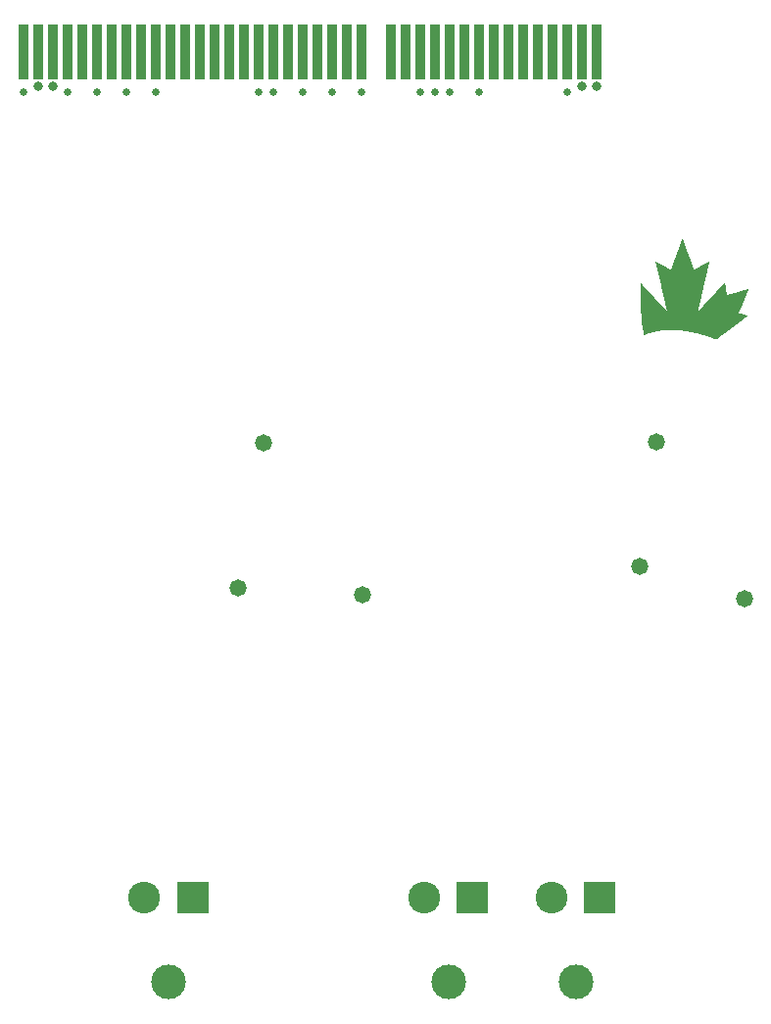
<source format=gbr>
%TF.GenerationSoftware,Altium Limited,Altium Designer,22.11.1 (43)*%
G04 Layer_Color=16711935*
%FSLAX45Y45*%
%MOMM*%
%TF.SameCoordinates,F2FF868D-8EDF-4B6E-A412-4C3DA5591A8F*%
%TF.FilePolarity,Negative*%
%TF.FileFunction,Soldermask,Bot*%
%TF.Part,Single*%
G01*
G75*
%TA.AperFunction,ComponentPad*%
%ADD23C,3.00000*%
%ADD24R,2.75000X2.75000*%
%ADD25C,2.75000*%
%TA.AperFunction,SMDPad,CuDef*%
%ADD50R,0.86320X4.77520*%
%TA.AperFunction,ViaPad*%
%ADD51C,1.47320*%
%ADD52C,0.64720*%
%ADD53C,0.83820*%
G36*
X8015176Y8141649D02*
X8016816D01*
Y8138370D01*
X8018455D01*
Y8133452D01*
X8020094D01*
Y8128534D01*
X8021734D01*
Y8125255D01*
X8023373D01*
Y8118698D01*
X8025013D01*
Y8115419D01*
X8026652D01*
Y8112140D01*
X8028291D01*
Y8105583D01*
X8029931D01*
Y8103943D01*
X8031570D01*
Y8097386D01*
X8033209D01*
Y8094107D01*
X8034849D01*
Y8087549D01*
X8036488D01*
Y8084271D01*
X8038128D01*
Y8080992D01*
X8039767D01*
Y8074434D01*
X8041406D01*
Y8072795D01*
X8043046D01*
Y8064598D01*
X8044685D01*
Y8062959D01*
X8046325D01*
Y8058041D01*
X8047964D01*
Y8053123D01*
X8049603D01*
Y8049844D01*
X8051243D01*
Y8043286D01*
X8052882D01*
Y8040008D01*
X8054521D01*
Y8035089D01*
X8056161D01*
Y8030171D01*
X8057800D01*
Y8026893D01*
X8059440D01*
Y8021974D01*
X8061079D01*
Y8018696D01*
X8062718D01*
Y8012138D01*
X8064358D01*
Y8008859D01*
X8065997D01*
Y8003941D01*
X8067636D01*
Y7999023D01*
X8069276D01*
Y7995744D01*
X8070915D01*
Y7989187D01*
X8072555D01*
Y7987547D01*
X8074194D01*
Y7982629D01*
Y7980990D01*
X8075833D01*
Y7977711D01*
X8077473D01*
Y7972793D01*
X8079112D01*
Y7967875D01*
X8080751D01*
Y7964596D01*
X8082391D01*
Y7958039D01*
X8084030D01*
Y7954760D01*
X8085670D01*
Y7951481D01*
X8087309D01*
Y7944924D01*
X8088948D01*
Y7943284D01*
X8090588D01*
Y7936727D01*
X8092227D01*
Y7933448D01*
X8093866D01*
Y7926890D01*
X8095506D01*
Y7923612D01*
X8097145D01*
Y7920333D01*
X8098785D01*
Y7913775D01*
X8100424D01*
Y7912136D01*
X8102063D01*
Y7905579D01*
X8103703D01*
Y7902300D01*
X8105342D01*
Y7897381D01*
X8106982D01*
Y7892464D01*
X8108621D01*
Y7889185D01*
X8110260D01*
Y7882627D01*
X8111900D01*
Y7879348D01*
X8113539D01*
Y7877709D01*
X8116818D01*
Y7879348D01*
X8120097D01*
Y7880988D01*
X8123375D01*
Y7882627D01*
X8126654D01*
Y7884266D01*
X8129933D01*
Y7885906D01*
X8133212D01*
Y7887545D01*
X8136490D01*
Y7889185D01*
X8138130D01*
Y7890824D01*
X8143048D01*
Y7892464D01*
X8144687D01*
Y7894103D01*
X8147966D01*
Y7895742D01*
X8151245D01*
Y7897381D01*
X8154523D01*
Y7899021D01*
X8157802D01*
Y7900660D01*
X8159442D01*
Y7902300D01*
X8164360D01*
Y7903939D01*
X8167638D01*
Y7905579D01*
X8169278D01*
Y7907218D01*
X8172557D01*
Y7908857D01*
X8175835D01*
Y7910496D01*
X8179114D01*
Y7912136D01*
X8182393D01*
Y7913775D01*
X8185672D01*
Y7915415D01*
X8188950D01*
Y7917054D01*
X8190590D01*
Y7918694D01*
X8195508D01*
Y7920333D01*
X8197147D01*
Y7921972D01*
X8202065D01*
Y7923612D01*
X8203705D01*
Y7925251D01*
X8206984D01*
Y7926890D01*
X8210262D01*
Y7928530D01*
X8211902D01*
Y7930169D01*
X8216820D01*
Y7931809D01*
X8220099D01*
Y7933448D01*
X8221738D01*
Y7935087D01*
X8226656D01*
Y7936727D01*
X8228295D01*
Y7938366D01*
X8233214D01*
Y7940005D01*
X8234853D01*
Y7941645D01*
X8238132D01*
Y7943284D01*
X8241410D01*
Y7944924D01*
X8246329D01*
Y7941645D01*
X8244689D01*
Y7935087D01*
X8243050D01*
Y7928530D01*
X8241410D01*
Y7923612D01*
X8239771D01*
Y7913775D01*
X8238132D01*
Y7907218D01*
X8236492D01*
Y7899021D01*
X8234853D01*
Y7892464D01*
X8233214D01*
Y7887545D01*
X8231574D01*
Y7877709D01*
X8229935D01*
Y7872791D01*
X8228295D01*
Y7862955D01*
X8226656D01*
Y7858036D01*
X8225017D01*
Y7848200D01*
X8223377D01*
Y7843282D01*
X8221738D01*
Y7836724D01*
X8220099D01*
Y7828528D01*
X8218459D01*
Y7821970D01*
X8216820D01*
Y7812134D01*
X8215180D01*
Y7807216D01*
X8213541D01*
Y7800658D01*
X8211902D01*
Y7792461D01*
X8210262D01*
Y7785904D01*
X8208623D01*
Y7777707D01*
X8206984D01*
Y7772789D01*
X8205344D01*
Y7762952D01*
X8203705D01*
Y7756395D01*
X8202065D01*
Y7751477D01*
X8200426D01*
Y7741641D01*
X8198787D01*
Y7736722D01*
X8197147D01*
Y7726886D01*
X8195508D01*
Y7720329D01*
X8193869D01*
Y7715411D01*
X8192229D01*
Y7705574D01*
X8190590D01*
Y7700656D01*
X8188950D01*
Y7690820D01*
X8187311D01*
Y7685902D01*
X8185672D01*
Y7677705D01*
X8184032D01*
Y7671147D01*
X8182393D01*
Y7664590D01*
X8180754D01*
Y7656393D01*
X8179114D01*
Y7651475D01*
X8177475D01*
Y7641639D01*
X8175835D01*
Y7635081D01*
X8174196D01*
Y7628523D01*
X8172557D01*
Y7620327D01*
X8170917D01*
Y7615408D01*
X8169278D01*
Y7605572D01*
X8167638D01*
Y7600654D01*
X8165999D01*
Y7592457D01*
X8164360D01*
Y7584260D01*
X8162720D01*
Y7579342D01*
X8161081D01*
Y7569506D01*
X8159442D01*
Y7564588D01*
X8157802D01*
Y7556391D01*
X8156163D01*
Y7549833D01*
X8154523D01*
Y7544915D01*
X8152884D01*
Y7535079D01*
X8151245D01*
Y7528521D01*
X8149605D01*
Y7518685D01*
X8152884D01*
Y7520325D01*
X8154523D01*
Y7523603D01*
X8156163D01*
Y7525243D01*
X8157802D01*
Y7526882D01*
X8159442D01*
Y7528521D01*
X8161081D01*
Y7530161D01*
X8162720D01*
Y7531800D01*
X8164360D01*
Y7533440D01*
X8165999D01*
Y7536718D01*
X8169278D01*
Y7539997D01*
X8170917D01*
Y7541636D01*
X8172557D01*
Y7543276D01*
X8174196D01*
Y7544915D01*
X8177475D01*
Y7548194D01*
X8179114D01*
Y7549833D01*
X8180754D01*
Y7551473D01*
X8182393D01*
Y7553112D01*
X8184032D01*
Y7554751D01*
X8185672D01*
Y7556391D01*
X8187311D01*
Y7558030D01*
X8188950D01*
Y7559670D01*
X8190590D01*
Y7561309D01*
X8192229D01*
Y7564588D01*
X8193869D01*
Y7566227D01*
X8195508D01*
Y7567867D01*
X8197147D01*
Y7569506D01*
X8198787D01*
Y7571145D01*
X8200426D01*
Y7572785D01*
X8202065D01*
Y7574424D01*
X8203705D01*
Y7576063D01*
X8205344D01*
Y7579342D01*
X8208623D01*
Y7580982D01*
X8210262D01*
Y7582621D01*
X8211902D01*
Y7584260D01*
X8213541D01*
Y7587539D01*
X8215180D01*
Y7589178D01*
X8216820D01*
Y7590818D01*
X8218459D01*
Y7592457D01*
X8220099D01*
Y7594097D01*
X8221738D01*
Y7595736D01*
X8223377D01*
Y7597375D01*
X8225017D01*
Y7599015D01*
X8226656D01*
Y7600654D01*
X8228295D01*
Y7602293D01*
X8229935D01*
Y7603933D01*
X8231574D01*
Y7607212D01*
X8233214D01*
Y7608851D01*
X8236492D01*
Y7612130D01*
X8239771D01*
Y7615408D01*
X8241410D01*
Y7617048D01*
X8243050D01*
Y7618687D01*
X8244689D01*
Y7620327D01*
X8246329D01*
Y7621966D01*
X8247968D01*
Y7623605D01*
X8249607D01*
Y7625245D01*
X8251247D01*
Y7626884D01*
X8252886D01*
Y7628523D01*
X8254526D01*
Y7631802D01*
X8256165D01*
Y7633442D01*
X8257804D01*
Y7635081D01*
X8259444D01*
Y7636720D01*
X8261083D01*
Y7638360D01*
X8262722D01*
Y7639999D01*
X8264362D01*
Y7641639D01*
X8266001D01*
Y7643278D01*
X8267641D01*
Y7644917D01*
X8269280D01*
Y7646557D01*
X8270919D01*
Y7648196D01*
X8272559D01*
Y7649835D01*
X8274198D01*
Y7651475D01*
X8275837D01*
Y7654754D01*
X8277477D01*
Y7656393D01*
X8279116D01*
Y7658032D01*
X8280756D01*
Y7659672D01*
X8282395D01*
Y7661311D01*
X8284034D01*
Y7662950D01*
X8285674D01*
Y7664590D01*
X8287313D01*
Y7666229D01*
X8288952D01*
Y7667869D01*
X8290592D01*
Y7669508D01*
X8292231D01*
Y7671147D01*
X8293871D01*
Y7672787D01*
X8295510D01*
Y7674426D01*
X8297150D01*
Y7676065D01*
X8298789D01*
Y7679344D01*
X8302067D01*
Y7682623D01*
X8303707D01*
Y7684262D01*
X8305346D01*
Y7685902D01*
X8306986D01*
Y7687541D01*
X8308625D01*
Y7689180D01*
X8310265D01*
Y7690820D01*
X8311904D01*
Y7692459D01*
X8313543D01*
Y7694099D01*
X8315183D01*
Y7697377D01*
X8318461D01*
Y7700656D01*
X8320101D01*
Y7702295D01*
X8321740D01*
Y7703935D01*
X8323380D01*
Y7705574D01*
X8325019D01*
Y7707214D01*
X8326658D01*
Y7708853D01*
X8328298D01*
Y7710492D01*
X8329937D01*
Y7712132D01*
X8331576D01*
Y7713771D01*
X8333216D01*
Y7715411D01*
X8334855D01*
Y7717050D01*
X8336494D01*
Y7718689D01*
X8338134D01*
Y7720329D01*
X8339773D01*
Y7721968D01*
X8341413D01*
Y7725247D01*
X8343052D01*
Y7726886D01*
X8344691D01*
Y7728526D01*
X8346331D01*
Y7730165D01*
X8347970D01*
Y7731804D01*
X8349609D01*
Y7733444D01*
X8351249D01*
Y7735083D01*
X8352888D01*
Y7736722D01*
X8354528D01*
Y7740001D01*
X8356167D01*
Y7741641D01*
X8357807D01*
Y7743280D01*
X8359446D01*
Y7744919D01*
X8361085D01*
Y7746559D01*
X8362724D01*
Y7748198D01*
X8364364D01*
Y7749837D01*
X8366003D01*
Y7751477D01*
X8367643D01*
Y7753116D01*
X8369282D01*
Y7754756D01*
X8370922D01*
Y7756395D01*
X8372561D01*
Y7758034D01*
X8374200D01*
Y7759674D01*
X8375839D01*
Y7761313D01*
X8377479D01*
Y7764592D01*
X8382397D01*
Y7751477D01*
X8384037D01*
Y7744919D01*
X8385676D01*
Y7726886D01*
X8387315D01*
Y7718689D01*
X8388955D01*
Y7702295D01*
X8390594D01*
Y7692459D01*
X8392233D01*
Y7682623D01*
X8393873D01*
Y7666229D01*
X8395512D01*
Y7659672D01*
X8397152D01*
Y7656393D01*
X8402070D01*
Y7658032D01*
X8406988D01*
Y7659672D01*
X8413545D01*
Y7661311D01*
X8416824D01*
Y7662950D01*
X8425021D01*
Y7664590D01*
X8429939D01*
Y7666229D01*
X8436497D01*
Y7667869D01*
X8441415D01*
Y7669508D01*
X8446333D01*
Y7671147D01*
X8452890D01*
Y7672787D01*
X8456169D01*
Y7674426D01*
X8464366D01*
Y7676065D01*
X8469284D01*
Y7677705D01*
X8474202D01*
Y7679344D01*
X8480760D01*
Y7680984D01*
X8484039D01*
Y7682623D01*
X8492235D01*
Y7684262D01*
X8497154D01*
Y7685902D01*
X8503711D01*
Y7687541D01*
X8508629D01*
Y7689180D01*
X8511908D01*
Y7690820D01*
X8520105D01*
Y7692459D01*
X8525023D01*
Y7694099D01*
X8531581D01*
Y7695738D01*
X8536499D01*
Y7697377D01*
X8541417D01*
Y7699017D01*
X8549614D01*
Y7700656D01*
X8551253D01*
Y7702295D01*
X8559450D01*
Y7703935D01*
X8564368D01*
Y7705574D01*
X8570926D01*
Y7707214D01*
X8575844D01*
Y7708853D01*
X8580762D01*
Y7710492D01*
X8587319D01*
Y7705574D01*
X8585680D01*
Y7700656D01*
X8584041D01*
Y7697377D01*
X8582401D01*
Y7692459D01*
X8580762D01*
Y7689180D01*
X8579123D01*
Y7685902D01*
X8577483D01*
Y7680984D01*
X8575844D01*
Y7679344D01*
X8574204D01*
Y7672787D01*
X8572565D01*
Y7671147D01*
X8570926D01*
Y7666229D01*
X8569286D01*
Y7661311D01*
X8567647D01*
Y7658032D01*
X8566008D01*
Y7653114D01*
X8564368D01*
Y7651475D01*
X8562729D01*
Y7646557D01*
X8561089D01*
Y7643278D01*
X8559450D01*
Y7638360D01*
X8557811D01*
Y7635081D01*
X8556171D01*
Y7631802D01*
X8554532D01*
Y7626884D01*
X8552892D01*
Y7623605D01*
X8551253D01*
Y7618687D01*
X8549614D01*
Y7617048D01*
X8547974D01*
Y7612130D01*
X8546335D01*
Y7607212D01*
X8544696D01*
Y7605572D01*
X8543056D01*
Y7599015D01*
X8541417D01*
Y7597375D01*
X8539777D01*
Y7592457D01*
X8538138D01*
Y7589178D01*
X8536499D01*
Y7585900D01*
X8534859D01*
Y7579342D01*
X8533220D01*
Y7577703D01*
X8531581D01*
Y7572785D01*
X8529941D01*
Y7569506D01*
X8528302D01*
Y7566227D01*
X8526662D01*
Y7561309D01*
X8525023D01*
Y7558030D01*
X8523384D01*
Y7553112D01*
X8521744D01*
Y7549833D01*
X8520105D01*
Y7546555D01*
X8518466D01*
Y7541636D01*
X8516826D01*
Y7539997D01*
X8515187D01*
Y7533440D01*
X8513547D01*
Y7531800D01*
X8511908D01*
Y7525243D01*
X8510269D01*
Y7523603D01*
X8508629D01*
Y7518685D01*
X8506990D01*
Y7515406D01*
X8505351D01*
Y7512127D01*
X8503711D01*
Y7507210D01*
X8502072D01*
Y7503931D01*
X8500432D01*
Y7502291D01*
X8503711D01*
Y7500652D01*
X8506990D01*
Y7499012D01*
X8511908D01*
Y7497373D01*
X8520105D01*
Y7495734D01*
X8525023D01*
Y7494094D01*
X8531581D01*
Y7492455D01*
X8538138D01*
Y7490816D01*
X8543056D01*
Y7489176D01*
X8549614D01*
Y7487537D01*
X8554532D01*
Y7485897D01*
X8562729D01*
Y7484258D01*
X8566008D01*
Y7482619D01*
X8574204D01*
Y7480979D01*
X8579123D01*
Y7476061D01*
X8577483D01*
Y7474422D01*
X8574204D01*
Y7472782D01*
X8572565D01*
Y7471143D01*
X8570926D01*
Y7469504D01*
X8567647D01*
Y7467864D01*
X8566008D01*
Y7466225D01*
X8564368D01*
Y7464586D01*
X8562729D01*
Y7462946D01*
X8559450D01*
Y7461307D01*
X8557811D01*
Y7459668D01*
X8554532D01*
Y7458028D01*
X8552892D01*
Y7456389D01*
X8551253D01*
Y7454749D01*
X8547974D01*
Y7453110D01*
X8546335D01*
Y7451470D01*
X8544696D01*
Y7449831D01*
X8541417D01*
Y7448192D01*
X8539777D01*
Y7446553D01*
X8536499D01*
Y7444913D01*
X8534859D01*
Y7443274D01*
X8533220D01*
Y7441634D01*
X8531581D01*
Y7439995D01*
X8529941D01*
Y7438355D01*
X8526662D01*
Y7436716D01*
X8525023D01*
Y7435077D01*
X8521744D01*
Y7433438D01*
X8520105D01*
Y7431798D01*
X8518466D01*
Y7430159D01*
X8515187D01*
Y7428519D01*
X8513547D01*
Y7426880D01*
X8511908D01*
Y7425240D01*
X8508629D01*
Y7423601D01*
X8506990D01*
Y7421962D01*
X8503711D01*
Y7420322D01*
X8502072D01*
Y7418683D01*
X8500432D01*
Y7417044D01*
X8498793D01*
Y7415404D01*
X8495514D01*
Y7413765D01*
X8493875D01*
Y7412125D01*
X8490596D01*
Y7410486D01*
X8488957D01*
Y7408847D01*
X8487317D01*
Y7407207D01*
X8484039D01*
Y7405568D01*
X8482399D01*
Y7403929D01*
X8480760D01*
Y7402289D01*
X8477481D01*
Y7400650D01*
X8475842D01*
Y7399010D01*
X8474202D01*
Y7397371D01*
X8472563D01*
Y7395732D01*
X8469284D01*
Y7394092D01*
X8467645D01*
Y7392453D01*
X8466005D01*
Y7390814D01*
X8462727D01*
Y7389174D01*
X8461087D01*
Y7387535D01*
X8457809D01*
Y7385895D01*
X8456169D01*
Y7384256D01*
X8454530D01*
Y7382617D01*
X8451251D01*
Y7380977D01*
X8449612D01*
Y7379338D01*
X8447972D01*
Y7377698D01*
X8446333D01*
Y7376059D01*
X8443054D01*
Y7374420D01*
X8441415D01*
Y7372780D01*
X8438136D01*
Y7371141D01*
X8436497D01*
Y7369502D01*
X8434857D01*
Y7367862D01*
X8431579D01*
Y7366223D01*
X8429939D01*
Y7364583D01*
X8428300D01*
Y7362944D01*
X8425021D01*
Y7361305D01*
X8423382D01*
Y7359665D01*
X8420103D01*
Y7356387D01*
X8416824D01*
Y7354747D01*
X8415185D01*
Y7353108D01*
X8411906D01*
Y7351468D01*
X8410267D01*
Y7349829D01*
X8408627D01*
Y7348190D01*
X8405348D01*
Y7346550D01*
X8403709D01*
Y7344911D01*
X8402070D01*
Y7343272D01*
X8398791D01*
Y7341632D01*
X8397152D01*
Y7339993D01*
X8393873D01*
Y7338353D01*
X8392233D01*
Y7336714D01*
X8390594D01*
Y7335075D01*
X8388955D01*
Y7333435D01*
X8385676D01*
Y7331796D01*
X8384037D01*
Y7330157D01*
X8382397D01*
Y7328517D01*
X8379118D01*
Y7326878D01*
X8377479D01*
Y7325238D01*
X8374200D01*
Y7323599D01*
X8372561D01*
Y7321960D01*
X8370922D01*
Y7320320D01*
X8367643D01*
Y7318681D01*
X8366003D01*
Y7317042D01*
X8364364D01*
Y7315402D01*
X8362724D01*
Y7313763D01*
X8359446D01*
Y7312123D01*
X8357807D01*
Y7310484D01*
X8356167D01*
Y7308845D01*
X8352888D01*
Y7307205D01*
X8351249D01*
Y7305566D01*
X8347970D01*
Y7303926D01*
X8346331D01*
Y7302287D01*
X8344691D01*
Y7300648D01*
X8341413D01*
Y7299008D01*
X8339773D01*
Y7297369D01*
X8338134D01*
Y7295730D01*
X8334855D01*
Y7294090D01*
X8333216D01*
Y7292451D01*
X8331576D01*
Y7290811D01*
X8329937D01*
Y7289172D01*
X8326658D01*
Y7287533D01*
X8325019D01*
Y7285893D01*
X8321740D01*
Y7284254D01*
X8320101D01*
Y7282615D01*
X8318461D01*
Y7280975D01*
X8315183D01*
Y7279336D01*
X8313543D01*
Y7277696D01*
X8311904D01*
Y7276057D01*
X8310265D01*
Y7274418D01*
X8300428D01*
Y7276057D01*
X8297150D01*
Y7277696D01*
X8290592D01*
Y7279336D01*
X8288952D01*
Y7280975D01*
X8282395D01*
Y7282615D01*
X8279116D01*
Y7284254D01*
X8275837D01*
Y7285893D01*
X8269280D01*
Y7287533D01*
X8266001D01*
Y7289172D01*
X8259444D01*
Y7290811D01*
X8256165D01*
Y7292451D01*
X8251247D01*
Y7294090D01*
X8246329D01*
Y7295730D01*
X8243050D01*
Y7297369D01*
X8234853D01*
Y7299008D01*
X8231574D01*
Y7300648D01*
X8225017D01*
Y7302287D01*
X8221738D01*
Y7303926D01*
X8216820D01*
Y7305566D01*
X8210262D01*
Y7307205D01*
X8206984D01*
Y7308845D01*
X8198787D01*
Y7310484D01*
X8195508D01*
Y7312123D01*
X8188950D01*
Y7313763D01*
X8184032D01*
Y7315402D01*
X8179114D01*
Y7317042D01*
X8170917D01*
Y7318681D01*
X8167638D01*
Y7320320D01*
X8157802D01*
Y7321960D01*
X8154523D01*
Y7323599D01*
X8149605D01*
Y7325238D01*
X8139769D01*
Y7326878D01*
X8134851D01*
Y7328517D01*
X8126654D01*
Y7330157D01*
X8121736D01*
Y7331796D01*
X8111900D01*
Y7333435D01*
X8105342D01*
Y7335075D01*
X8100424D01*
Y7336714D01*
X8087309D01*
Y7338353D01*
X8082391D01*
Y7339993D01*
X8069276D01*
Y7341632D01*
X8064358D01*
Y7343272D01*
X8054521D01*
Y7344911D01*
X8043046D01*
Y7346550D01*
X8034849D01*
Y7348190D01*
X8016816D01*
Y7349829D01*
X8005340D01*
Y7351468D01*
X7985668D01*
Y7353108D01*
X7969274D01*
Y7354747D01*
X7864353D01*
Y7353108D01*
X7849599D01*
Y7351468D01*
X7833205D01*
Y7349829D01*
X7821730D01*
Y7348190D01*
X7808615D01*
Y7346550D01*
X7800418D01*
Y7344911D01*
X7790581D01*
Y7343272D01*
X7782384D01*
Y7341632D01*
X7775827D01*
Y7339993D01*
X7767630D01*
Y7338353D01*
X7761073D01*
Y7336714D01*
X7752876D01*
Y7335075D01*
X7749597D01*
Y7333435D01*
X7743039D01*
Y7331796D01*
X7736482D01*
Y7330157D01*
X7731564D01*
Y7328517D01*
X7725006D01*
Y7326878D01*
X7721728D01*
Y7325238D01*
X7715170D01*
Y7323599D01*
X7710252D01*
Y7321960D01*
X7706973D01*
Y7320320D01*
X7700416D01*
Y7318681D01*
X7698776D01*
Y7317042D01*
X7692219D01*
Y7315402D01*
X7687301D01*
Y7313763D01*
X7685661D01*
Y7312123D01*
X7682382D01*
Y7313763D01*
X7680743D01*
Y7321960D01*
X7679104D01*
Y7326878D01*
X7677464D01*
Y7335075D01*
X7675825D01*
Y7339993D01*
X7674186D01*
Y7351468D01*
X7672546D01*
Y7358026D01*
X7670907D01*
Y7366223D01*
X7669267D01*
Y7377698D01*
X7667628D01*
Y7384256D01*
X7665989D01*
Y7399010D01*
X7664349D01*
Y7410486D01*
X7662710D01*
Y7420322D01*
X7661071D01*
Y7438355D01*
X7659431D01*
Y7451470D01*
X7657792D01*
Y7499012D01*
X7656152D01*
Y7530161D01*
X7654513D01*
Y7618687D01*
X7652874D01*
Y7699017D01*
X7651234D01*
Y7756395D01*
X7652874D01*
Y7758034D01*
X7656152D01*
Y7756395D01*
X7657792D01*
Y7754756D01*
X7659431D01*
Y7753116D01*
X7661071D01*
Y7749837D01*
X7664349D01*
Y7748198D01*
X7665989D01*
Y7744919D01*
X7669267D01*
Y7741641D01*
X7670907D01*
Y7740001D01*
X7672546D01*
Y7738362D01*
X7674186D01*
Y7736722D01*
X7675825D01*
Y7735083D01*
X7677464D01*
Y7733444D01*
X7679104D01*
Y7731804D01*
X7680743D01*
Y7730165D01*
X7682382D01*
Y7728526D01*
X7684022D01*
Y7726886D01*
X7685661D01*
Y7723607D01*
X7687301D01*
Y7721968D01*
X7688940D01*
Y7720329D01*
X7690579D01*
Y7718689D01*
X7692219D01*
Y7717050D01*
X7693858D01*
Y7715411D01*
X7695497D01*
Y7713771D01*
X7697137D01*
Y7712132D01*
X7698776D01*
Y7710492D01*
X7700416D01*
Y7708853D01*
X7702055D01*
Y7707214D01*
X7703694D01*
Y7705574D01*
X7705334D01*
Y7703935D01*
X7706973D01*
Y7702295D01*
X7708612D01*
Y7699017D01*
X7710252D01*
Y7697377D01*
X7711891D01*
Y7695738D01*
X7713531D01*
Y7694099D01*
X7715170D01*
Y7692459D01*
X7716809D01*
Y7690820D01*
X7718449D01*
Y7689180D01*
X7720088D01*
Y7687541D01*
X7721728D01*
Y7685902D01*
X7723367D01*
Y7684262D01*
X7725006D01*
Y7682623D01*
X7726646D01*
Y7680984D01*
X7728285D01*
Y7679344D01*
X7729924D01*
Y7677705D01*
X7731564D01*
Y7674426D01*
X7733203D01*
Y7672787D01*
X7734843D01*
Y7671147D01*
X7736482D01*
Y7669508D01*
X7738121D01*
Y7667869D01*
X7739761D01*
Y7666229D01*
X7741400D01*
Y7664590D01*
X7743039D01*
Y7662950D01*
X7744679D01*
Y7661311D01*
X7746318D01*
Y7659672D01*
X7747958D01*
Y7656393D01*
X7749597D01*
Y7654754D01*
X7751236D01*
Y7653114D01*
X7752876D01*
Y7651475D01*
X7754515D01*
Y7649835D01*
X7756154D01*
Y7648196D01*
X7757794D01*
Y7646557D01*
X7759433D01*
Y7644917D01*
X7761073D01*
Y7643278D01*
X7762712D01*
Y7641639D01*
X7764351D01*
Y7639999D01*
X7765991D01*
Y7638360D01*
X7767630D01*
Y7636720D01*
X7769269D01*
Y7635081D01*
X7770909D01*
Y7633442D01*
X7772548D01*
Y7630163D01*
X7774188D01*
Y7628523D01*
X7775827D01*
Y7626884D01*
X7777466D01*
Y7625245D01*
X7779106D01*
Y7623605D01*
X7780745D01*
Y7621966D01*
X7782384D01*
Y7620327D01*
X7784024D01*
Y7617048D01*
X7785663D01*
Y7615408D01*
X7787303D01*
Y7613769D01*
X7788942D01*
Y7612130D01*
X7792221D01*
Y7608851D01*
X7793860D01*
Y7607212D01*
X7795500D01*
Y7605572D01*
X7797139D01*
Y7603933D01*
X7798778D01*
Y7602293D01*
X7800418D01*
Y7600654D01*
X7802057D01*
Y7599015D01*
X7803696D01*
Y7597375D01*
X7805336D01*
Y7595736D01*
X7806975D01*
Y7594097D01*
X7808615D01*
Y7592457D01*
X7810254D01*
Y7589178D01*
X7811893D01*
Y7587539D01*
X7813533D01*
Y7585900D01*
X7815172D01*
Y7584260D01*
X7816811D01*
Y7582621D01*
X7818451D01*
Y7580982D01*
X7820090D01*
Y7579342D01*
X7821730D01*
Y7577703D01*
X7823369D01*
Y7576063D01*
X7825008D01*
Y7574424D01*
X7826648D01*
Y7572785D01*
X7828287D01*
Y7571145D01*
X7829926D01*
Y7569506D01*
X7831566D01*
Y7567867D01*
X7833205D01*
Y7566227D01*
X7834845D01*
Y7562948D01*
X7836484D01*
Y7561309D01*
X7838124D01*
Y7559670D01*
X7839763D01*
Y7558030D01*
X7841402D01*
Y7556391D01*
X7843041D01*
Y7554751D01*
X7844681D01*
Y7553112D01*
X7846320D01*
Y7551473D01*
X7847960D01*
Y7549833D01*
X7849599D01*
Y7548194D01*
X7851238D01*
Y7544915D01*
X7854517D01*
Y7541636D01*
X7857796D01*
Y7538358D01*
X7859435D01*
Y7536718D01*
X7861075D01*
Y7535079D01*
X7862714D01*
Y7533440D01*
X7864353D01*
Y7531800D01*
X7865993D01*
Y7530161D01*
X7867632D01*
Y7528521D01*
X7869272D01*
Y7526882D01*
X7870911D01*
Y7525243D01*
X7872550D01*
Y7523603D01*
X7874190D01*
Y7520325D01*
X7877468D01*
Y7518685D01*
X7880747D01*
Y7520325D01*
X7879108D01*
Y7526882D01*
X7877468D01*
Y7535079D01*
X7875829D01*
Y7539997D01*
X7874190D01*
Y7549833D01*
X7872550D01*
Y7554751D01*
X7870911D01*
Y7564588D01*
X7869272D01*
Y7569506D01*
X7867632D01*
Y7576063D01*
X7865993D01*
Y7585900D01*
X7864353D01*
Y7589178D01*
X7862714D01*
Y7600654D01*
X7861075D01*
Y7605572D01*
X7859435D01*
Y7612130D01*
X7857796D01*
Y7620327D01*
X7856157D01*
Y7625245D01*
X7854517D01*
Y7635081D01*
X7852878D01*
Y7639999D01*
X7851238D01*
Y7649835D01*
X7849599D01*
Y7654754D01*
X7847960D01*
Y7662950D01*
X7846320D01*
Y7671147D01*
X7844681D01*
Y7676065D01*
X7843041D01*
Y7685902D01*
X7841402D01*
Y7690820D01*
X7839763D01*
Y7699017D01*
X7838124D01*
Y7707214D01*
X7836484D01*
Y7712132D01*
X7834845D01*
Y7720329D01*
X7833205D01*
Y7726886D01*
X7831566D01*
Y7735083D01*
X7829926D01*
Y7741641D01*
X7828287D01*
Y7748198D01*
X7826648D01*
Y7758034D01*
X7825008D01*
Y7761313D01*
X7823369D01*
Y7771149D01*
X7821730D01*
Y7776068D01*
X7820090D01*
Y7784264D01*
X7818451D01*
Y7792461D01*
X7816811D01*
Y7797379D01*
X7815172D01*
Y7807216D01*
X7813533D01*
Y7812134D01*
X7811893D01*
Y7820331D01*
X7810254D01*
Y7826888D01*
X7808615D01*
Y7833446D01*
X7806975D01*
Y7843282D01*
X7805336D01*
Y7848200D01*
X7803696D01*
Y7856397D01*
X7802057D01*
Y7862955D01*
X7800418D01*
Y7869512D01*
X7798778D01*
Y7877709D01*
X7797139D01*
Y7882627D01*
X7795500D01*
Y7892464D01*
X7793860D01*
Y7899021D01*
X7792221D01*
Y7905579D01*
X7790581D01*
Y7913775D01*
X7788942D01*
Y7918694D01*
X7787303D01*
Y7928530D01*
X7785663D01*
Y7933448D01*
X7784024D01*
Y7943284D01*
X7782384D01*
Y7944924D01*
X7787303D01*
Y7943284D01*
X7788942D01*
Y7941645D01*
X7793860D01*
Y7940005D01*
X7795500D01*
Y7938366D01*
X7800418D01*
Y7936727D01*
X7802057D01*
Y7935087D01*
X7805336D01*
Y7933448D01*
X7808615D01*
Y7931809D01*
X7811893D01*
Y7930169D01*
X7815172D01*
Y7928530D01*
X7818451D01*
Y7926890D01*
X7821730D01*
Y7925251D01*
X7825008D01*
Y7923612D01*
X7826648D01*
Y7921972D01*
X7831566D01*
Y7920333D01*
X7833205D01*
Y7918694D01*
X7838124D01*
Y7917054D01*
X7839763D01*
Y7915415D01*
X7843041D01*
Y7913775D01*
X7846320D01*
Y7912136D01*
X7849599D01*
Y7910496D01*
X7852878D01*
Y7908857D01*
X7854517D01*
Y7907218D01*
X7859435D01*
Y7905579D01*
X7861075D01*
Y7903939D01*
X7864353D01*
Y7902300D01*
X7869272D01*
Y7900660D01*
X7870911D01*
Y7899021D01*
X7874190D01*
Y7897381D01*
X7875829D01*
Y7895742D01*
X7880747D01*
Y7894103D01*
X7884026D01*
Y7892464D01*
X7885665D01*
Y7890824D01*
X7890583D01*
Y7889185D01*
X7892223D01*
Y7887545D01*
X7897141D01*
Y7885906D01*
X7898780D01*
Y7884266D01*
X7902059D01*
Y7882627D01*
X7905338D01*
Y7880988D01*
X7906977D01*
Y7879348D01*
X7911896D01*
Y7877709D01*
X7913535D01*
Y7879348D01*
X7916813D01*
Y7884266D01*
X7918453D01*
Y7889185D01*
X7920092D01*
Y7892464D01*
X7921732D01*
Y7899021D01*
X7923371D01*
Y7902300D01*
X7925011D01*
Y7907218D01*
X7926650D01*
Y7910496D01*
X7928289D01*
Y7915415D01*
X7929929D01*
Y7920333D01*
X7931568D01*
Y7923612D01*
X7933207D01*
Y7930169D01*
X7934847D01*
Y7931809D01*
X7936486D01*
Y7938366D01*
X7938126D01*
Y7943284D01*
X7939765D01*
Y7944924D01*
X7941404D01*
Y7951481D01*
X7943044D01*
Y7954760D01*
X7944683D01*
Y7961317D01*
X7946322D01*
Y7964596D01*
X7947962D01*
Y7969514D01*
X7949601D01*
Y7974432D01*
X7951241D01*
Y7976072D01*
X7952880D01*
Y7982629D01*
X7954519D01*
Y7987547D01*
X7956159D01*
Y7990826D01*
X7957798D01*
Y7995744D01*
X7959437D01*
Y7999023D01*
X7961077D01*
Y8005581D01*
X7962716D01*
Y8008859D01*
X7964355D01*
Y8013777D01*
X7965995D01*
Y8018696D01*
X7967634D01*
Y8021974D01*
X7969274D01*
Y8026893D01*
X7970913D01*
Y8030171D01*
X7972553D01*
Y8036729D01*
X7974192D01*
Y8040008D01*
X7975831D01*
Y8044926D01*
X7977470D01*
Y8049844D01*
X7979110D01*
Y8053123D01*
X7980749D01*
Y8058041D01*
X7982389D01*
Y8062959D01*
X7984028D01*
Y8067877D01*
X7985668D01*
Y8071156D01*
X7987307D01*
Y8076074D01*
X7988946D01*
Y8080992D01*
X7990585D01*
Y8084271D01*
X7992225D01*
Y8090828D01*
X7993864D01*
Y8094107D01*
X7995504D01*
Y8099025D01*
X7997143D01*
Y8103943D01*
X7998783D01*
Y8107222D01*
X8000422D01*
Y8112140D01*
X8002061D01*
Y8115419D01*
X8003701D01*
Y8121976D01*
X8005340D01*
Y8125255D01*
X8006979D01*
Y8130173D01*
X8008619D01*
Y8135091D01*
X8010258D01*
Y8138370D01*
X8011898D01*
Y8143288D01*
X8015176D01*
Y8141649D01*
D02*
G37*
D23*
X5990000Y1720000D02*
D03*
X3570000D02*
D03*
X7090000D02*
D03*
D24*
X6200000Y2450000D02*
D03*
X3780000D02*
D03*
X7300000D02*
D03*
D25*
X5780000D02*
D03*
X3360000D02*
D03*
X6880000D02*
D03*
D50*
X5238700Y9760000D02*
D03*
X7270700D02*
D03*
X7143700D02*
D03*
X7016700D02*
D03*
X6889700D02*
D03*
X6762700D02*
D03*
X6635700D02*
D03*
X6508700D02*
D03*
X6381700D02*
D03*
X6254700D02*
D03*
X6127700D02*
D03*
X6000700D02*
D03*
X5873700D02*
D03*
X5746700D02*
D03*
X5619700D02*
D03*
X5492700D02*
D03*
X5111700D02*
D03*
X4984700D02*
D03*
X4857700D02*
D03*
X4730700D02*
D03*
X4603700D02*
D03*
X4476700D02*
D03*
X4349700D02*
D03*
X4222700D02*
D03*
X4095700D02*
D03*
X3968700D02*
D03*
X3841700D02*
D03*
X3714700D02*
D03*
X3587700D02*
D03*
X3460700D02*
D03*
X3333700D02*
D03*
X3206700D02*
D03*
X3079700D02*
D03*
X2952700D02*
D03*
X2825700D02*
D03*
X2698700D02*
D03*
X2571700D02*
D03*
X2444700D02*
D03*
X2317700D02*
D03*
D51*
X8550000Y5030000D02*
D03*
X5250000Y5070000D02*
D03*
X7643500Y5314844D02*
D03*
X4170000Y5130000D02*
D03*
X7790000Y6390000D02*
D03*
X4390000Y6380000D02*
D03*
D52*
X7016700Y9410000D02*
D03*
X6254700D02*
D03*
X6000700D02*
D03*
X5873700D02*
D03*
X5746700D02*
D03*
X5238700D02*
D03*
X4984700D02*
D03*
X4730700D02*
D03*
X4476700D02*
D03*
X4349700D02*
D03*
X3460700D02*
D03*
X3206700D02*
D03*
X2952700D02*
D03*
X2698700D02*
D03*
X2317700D02*
D03*
D53*
X2444700Y9460000D02*
D03*
X2571700D02*
D03*
X7270700D02*
D03*
X7143700D02*
D03*
%TF.MD5,aee0c752a4ae2cb8b9fe02bb5ec44523*%
M02*

</source>
